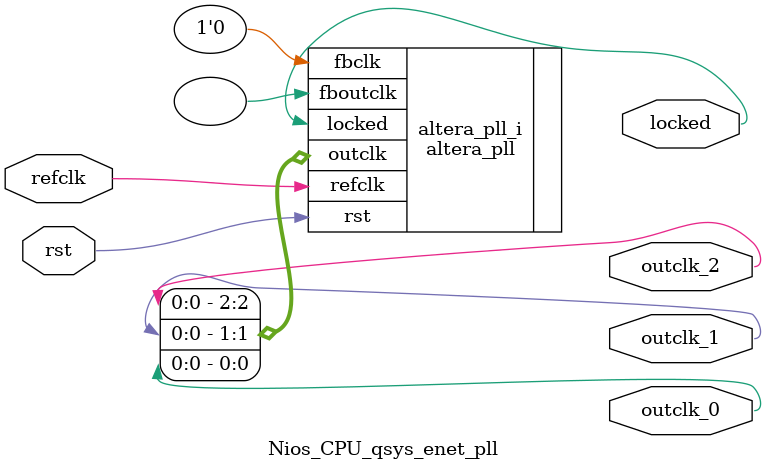
<source format=v>
`timescale 1ns/10ps
module  Nios_CPU_qsys_enet_pll(

	// interface 'refclk'
	input wire refclk,

	// interface 'reset'
	input wire rst,

	// interface 'outclk0'
	output wire outclk_0,

	// interface 'outclk1'
	output wire outclk_1,

	// interface 'outclk2'
	output wire outclk_2,

	// interface 'locked'
	output wire locked
);

	altera_pll #(
		.fractional_vco_multiplier("false"),
		.reference_clock_frequency("50.0 MHz"),
		.operation_mode("normal"),
		.number_of_clocks(3),
		.output_clock_frequency0("125.000000 MHz"),
		.phase_shift0("0 ps"),
		.duty_cycle0(50),
		.output_clock_frequency1("25.000000 MHz"),
		.phase_shift1("0 ps"),
		.duty_cycle1(50),
		.output_clock_frequency2("2.500000 MHz"),
		.phase_shift2("0 ps"),
		.duty_cycle2(50),
		.output_clock_frequency3("0 MHz"),
		.phase_shift3("0 ps"),
		.duty_cycle3(50),
		.output_clock_frequency4("0 MHz"),
		.phase_shift4("0 ps"),
		.duty_cycle4(50),
		.output_clock_frequency5("0 MHz"),
		.phase_shift5("0 ps"),
		.duty_cycle5(50),
		.output_clock_frequency6("0 MHz"),
		.phase_shift6("0 ps"),
		.duty_cycle6(50),
		.output_clock_frequency7("0 MHz"),
		.phase_shift7("0 ps"),
		.duty_cycle7(50),
		.output_clock_frequency8("0 MHz"),
		.phase_shift8("0 ps"),
		.duty_cycle8(50),
		.output_clock_frequency9("0 MHz"),
		.phase_shift9("0 ps"),
		.duty_cycle9(50),
		.output_clock_frequency10("0 MHz"),
		.phase_shift10("0 ps"),
		.duty_cycle10(50),
		.output_clock_frequency11("0 MHz"),
		.phase_shift11("0 ps"),
		.duty_cycle11(50),
		.output_clock_frequency12("0 MHz"),
		.phase_shift12("0 ps"),
		.duty_cycle12(50),
		.output_clock_frequency13("0 MHz"),
		.phase_shift13("0 ps"),
		.duty_cycle13(50),
		.output_clock_frequency14("0 MHz"),
		.phase_shift14("0 ps"),
		.duty_cycle14(50),
		.output_clock_frequency15("0 MHz"),
		.phase_shift15("0 ps"),
		.duty_cycle15(50),
		.output_clock_frequency16("0 MHz"),
		.phase_shift16("0 ps"),
		.duty_cycle16(50),
		.output_clock_frequency17("0 MHz"),
		.phase_shift17("0 ps"),
		.duty_cycle17(50),
		.pll_type("General"),
		.pll_subtype("General")
	) altera_pll_i (
		.rst	(rst),
		.outclk	({outclk_2, outclk_1, outclk_0}),
		.locked	(locked),
		.fboutclk	( ),
		.fbclk	(1'b0),
		.refclk	(refclk)
	);
endmodule


</source>
